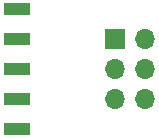
<source format=gbr>
%TF.GenerationSoftware,KiCad,Pcbnew,(5.1.9-0-10_14)*%
%TF.CreationDate,2021-04-03T00:54:56+08:00*%
%TF.ProjectId,ArduinoSWD,41726475-696e-46f5-9357-442e6b696361,rev?*%
%TF.SameCoordinates,Original*%
%TF.FileFunction,Soldermask,Top*%
%TF.FilePolarity,Negative*%
%FSLAX46Y46*%
G04 Gerber Fmt 4.6, Leading zero omitted, Abs format (unit mm)*
G04 Created by KiCad (PCBNEW (5.1.9-0-10_14)) date 2021-04-03 00:54:56*
%MOMM*%
%LPD*%
G01*
G04 APERTURE LIST*
%ADD10R,2.300000X1.020000*%
%ADD11O,1.700000X1.700000*%
%ADD12R,1.700000X1.700000*%
G04 APERTURE END LIST*
D10*
%TO.C,J2*%
X116916200Y-78054200D03*
X116916200Y-75514200D03*
X116916200Y-72974200D03*
X116916200Y-70434200D03*
X116916200Y-67894200D03*
%TD*%
D11*
%TO.C,J1*%
X127762000Y-75501500D03*
X125222000Y-75501500D03*
X127762000Y-72961500D03*
X125222000Y-72961500D03*
X127762000Y-70421500D03*
D12*
X125222000Y-70421500D03*
%TD*%
M02*

</source>
